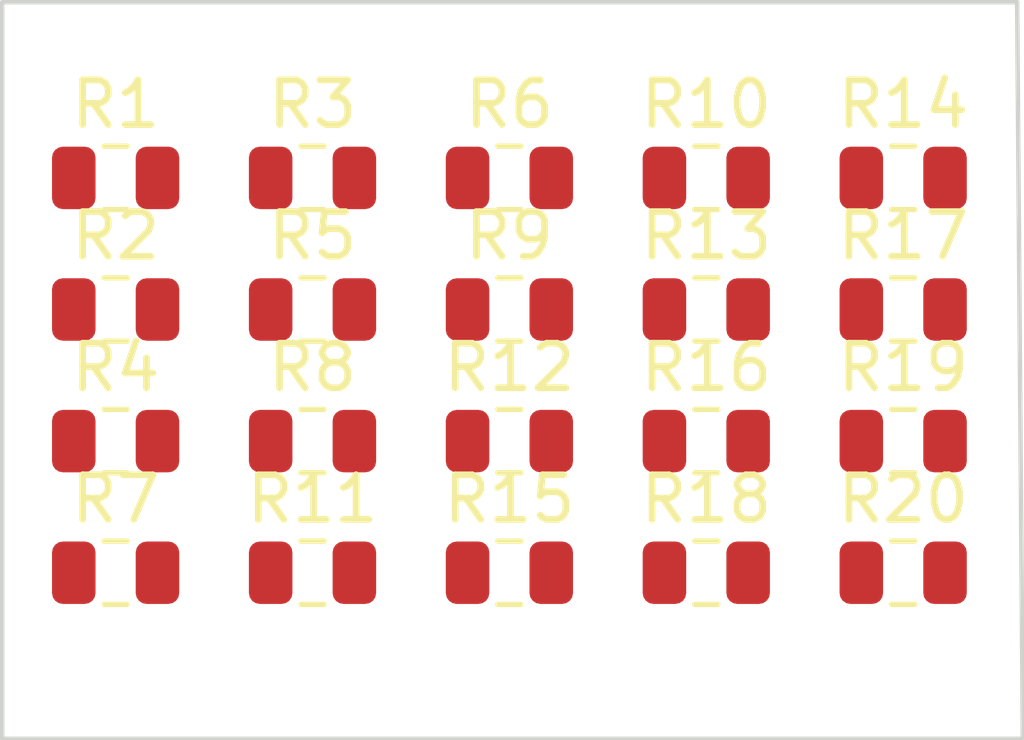
<source format=kicad_pcb>
(kicad_pcb (version 20171130) (host pcbnew 5.1.6+dfsg1-1)

  (general
    (thickness 1.6)
    (drawings 4)
    (tracks 0)
    (zones 0)
    (modules 20)
    (nets 41)
  )

  (page A4)
  (layers
    (0 F.Cu signal)
    (31 B.Cu signal)
    (32 B.Adhes user)
    (33 F.Adhes user)
    (34 B.Paste user)
    (35 F.Paste user)
    (36 B.SilkS user)
    (37 F.SilkS user)
    (38 B.Mask user)
    (39 F.Mask user)
    (40 Dwgs.User user)
    (41 Cmts.User user)
    (42 Eco1.User user)
    (43 Eco2.User user)
    (44 Edge.Cuts user)
    (45 Margin user)
    (46 B.CrtYd user)
    (47 F.CrtYd user)
    (48 B.Fab user)
    (49 F.Fab user)
  )

  (setup
    (last_trace_width 0.25)
    (trace_clearance 0.2)
    (zone_clearance 0.508)
    (zone_45_only no)
    (trace_min 0.2)
    (via_size 0.8)
    (via_drill 0.4)
    (via_min_size 0.4)
    (via_min_drill 0.3)
    (uvia_size 0.3)
    (uvia_drill 0.1)
    (uvias_allowed no)
    (uvia_min_size 0.2)
    (uvia_min_drill 0.1)
    (edge_width 0.1)
    (segment_width 0.2)
    (pcb_text_width 0.3)
    (pcb_text_size 1.5 1.5)
    (mod_edge_width 0.15)
    (mod_text_size 1 1)
    (mod_text_width 0.15)
    (pad_size 1.524 1.524)
    (pad_drill 0.762)
    (pad_to_mask_clearance 0)
    (aux_axis_origin 0 0)
    (visible_elements FFFFFF7F)
    (pcbplotparams
      (layerselection 0x010fc_ffffffff)
      (usegerberextensions false)
      (usegerberattributes true)
      (usegerberadvancedattributes true)
      (creategerberjobfile true)
      (excludeedgelayer true)
      (linewidth 0.100000)
      (plotframeref false)
      (viasonmask false)
      (mode 1)
      (useauxorigin false)
      (hpglpennumber 1)
      (hpglpenspeed 20)
      (hpglpendiameter 15.000000)
      (psnegative false)
      (psa4output false)
      (plotreference true)
      (plotvalue true)
      (plotinvisibletext false)
      (padsonsilk false)
      (subtractmaskfromsilk false)
      (outputformat 1)
      (mirror false)
      (drillshape 1)
      (scaleselection 1)
      (outputdirectory ""))
  )

  (net 0 "")
  (net 1 "Net-(R1-Pad2)")
  (net 2 "Net-(R1-Pad1)")
  (net 3 "Net-(R2-Pad2)")
  (net 4 "Net-(R2-Pad1)")
  (net 5 "Net-(R3-Pad2)")
  (net 6 "Net-(R3-Pad1)")
  (net 7 "Net-(R4-Pad2)")
  (net 8 "Net-(R4-Pad1)")
  (net 9 "Net-(R5-Pad2)")
  (net 10 "Net-(R5-Pad1)")
  (net 11 "Net-(R6-Pad2)")
  (net 12 "Net-(R6-Pad1)")
  (net 13 "Net-(R7-Pad2)")
  (net 14 "Net-(R7-Pad1)")
  (net 15 "Net-(R8-Pad2)")
  (net 16 "Net-(R8-Pad1)")
  (net 17 "Net-(R9-Pad2)")
  (net 18 "Net-(R9-Pad1)")
  (net 19 "Net-(R10-Pad2)")
  (net 20 "Net-(R10-Pad1)")
  (net 21 "Net-(R11-Pad2)")
  (net 22 "Net-(R11-Pad1)")
  (net 23 "Net-(R12-Pad2)")
  (net 24 "Net-(R12-Pad1)")
  (net 25 "Net-(R13-Pad2)")
  (net 26 "Net-(R13-Pad1)")
  (net 27 "Net-(R14-Pad2)")
  (net 28 "Net-(R14-Pad1)")
  (net 29 "Net-(R15-Pad2)")
  (net 30 "Net-(R15-Pad1)")
  (net 31 "Net-(R16-Pad2)")
  (net 32 "Net-(R16-Pad1)")
  (net 33 "Net-(R17-Pad2)")
  (net 34 "Net-(R17-Pad1)")
  (net 35 "Net-(R18-Pad2)")
  (net 36 "Net-(R18-Pad1)")
  (net 37 "Net-(R19-Pad2)")
  (net 38 "Net-(R19-Pad1)")
  (net 39 "Net-(R20-Pad2)")
  (net 40 "Net-(R20-Pad1)")

  (net_class Default "Esta es la clase de red por defecto."
    (clearance 0.2)
    (trace_width 0.25)
    (via_dia 0.8)
    (via_drill 0.4)
    (uvia_dia 0.3)
    (uvia_drill 0.1)
    (add_net "Net-(R1-Pad1)")
    (add_net "Net-(R1-Pad2)")
    (add_net "Net-(R10-Pad1)")
    (add_net "Net-(R10-Pad2)")
    (add_net "Net-(R11-Pad1)")
    (add_net "Net-(R11-Pad2)")
    (add_net "Net-(R12-Pad1)")
    (add_net "Net-(R12-Pad2)")
    (add_net "Net-(R13-Pad1)")
    (add_net "Net-(R13-Pad2)")
    (add_net "Net-(R14-Pad1)")
    (add_net "Net-(R14-Pad2)")
    (add_net "Net-(R15-Pad1)")
    (add_net "Net-(R15-Pad2)")
    (add_net "Net-(R16-Pad1)")
    (add_net "Net-(R16-Pad2)")
    (add_net "Net-(R17-Pad1)")
    (add_net "Net-(R17-Pad2)")
    (add_net "Net-(R18-Pad1)")
    (add_net "Net-(R18-Pad2)")
    (add_net "Net-(R19-Pad1)")
    (add_net "Net-(R19-Pad2)")
    (add_net "Net-(R2-Pad1)")
    (add_net "Net-(R2-Pad2)")
    (add_net "Net-(R20-Pad1)")
    (add_net "Net-(R20-Pad2)")
    (add_net "Net-(R3-Pad1)")
    (add_net "Net-(R3-Pad2)")
    (add_net "Net-(R4-Pad1)")
    (add_net "Net-(R4-Pad2)")
    (add_net "Net-(R5-Pad1)")
    (add_net "Net-(R5-Pad2)")
    (add_net "Net-(R6-Pad1)")
    (add_net "Net-(R6-Pad2)")
    (add_net "Net-(R7-Pad1)")
    (add_net "Net-(R7-Pad2)")
    (add_net "Net-(R8-Pad1)")
    (add_net "Net-(R8-Pad2)")
    (add_net "Net-(R9-Pad1)")
    (add_net "Net-(R9-Pad2)")
  )

  (module Resistor_SMD:R_0805_2012Metric (layer F.Cu) (tedit 5B36C52B) (tstamp 5F53B2F1)
    (at 144.64 97.877)
    (descr "Resistor SMD 0805 (2012 Metric), square (rectangular) end terminal, IPC_7351 nominal, (Body size source: https://docs.google.com/spreadsheets/d/1BsfQQcO9C6DZCsRaXUlFlo91Tg2WpOkGARC1WS5S8t0/edit?usp=sharing), generated with kicad-footprint-generator")
    (tags resistor)
    (path /5F0FCACA)
    (attr smd)
    (fp_text reference R20 (at 0 -1.65) (layer F.SilkS)
      (effects (font (size 1 1) (thickness 0.15)))
    )
    (fp_text value 10K (at 0 1.65) (layer F.Fab)
      (effects (font (size 1 1) (thickness 0.15)))
    )
    (fp_text user %R (at 0 0) (layer F.Fab)
      (effects (font (size 0.5 0.5) (thickness 0.08)))
    )
    (fp_line (start -1 0.6) (end -1 -0.6) (layer F.Fab) (width 0.1))
    (fp_line (start -1 -0.6) (end 1 -0.6) (layer F.Fab) (width 0.1))
    (fp_line (start 1 -0.6) (end 1 0.6) (layer F.Fab) (width 0.1))
    (fp_line (start 1 0.6) (end -1 0.6) (layer F.Fab) (width 0.1))
    (fp_line (start -0.258578 -0.71) (end 0.258578 -0.71) (layer F.SilkS) (width 0.12))
    (fp_line (start -0.258578 0.71) (end 0.258578 0.71) (layer F.SilkS) (width 0.12))
    (fp_line (start -1.68 0.95) (end -1.68 -0.95) (layer F.CrtYd) (width 0.05))
    (fp_line (start -1.68 -0.95) (end 1.68 -0.95) (layer F.CrtYd) (width 0.05))
    (fp_line (start 1.68 -0.95) (end 1.68 0.95) (layer F.CrtYd) (width 0.05))
    (fp_line (start 1.68 0.95) (end -1.68 0.95) (layer F.CrtYd) (width 0.05))
    (pad 2 smd roundrect (at 0.9375 0) (size 0.975 1.4) (layers F.Cu F.Paste F.Mask) (roundrect_rratio 0.25)
      (net 39 "Net-(R20-Pad2)"))
    (pad 1 smd roundrect (at -0.9375 0) (size 0.975 1.4) (layers F.Cu F.Paste F.Mask) (roundrect_rratio 0.25)
      (net 40 "Net-(R20-Pad1)"))
    (model ${KISYS3DMOD}/Resistor_SMD.3dshapes/R_0805_2012Metric.wrl
      (at (xyz 0 0 0))
      (scale (xyz 1 1 1))
      (rotate (xyz 0 0 0))
    )
  )

  (module Resistor_SMD:R_0805_2012Metric (layer F.Cu) (tedit 5B36C52B) (tstamp 5F53B2E0)
    (at 144.64 94.927)
    (descr "Resistor SMD 0805 (2012 Metric), square (rectangular) end terminal, IPC_7351 nominal, (Body size source: https://docs.google.com/spreadsheets/d/1BsfQQcO9C6DZCsRaXUlFlo91Tg2WpOkGARC1WS5S8t0/edit?usp=sharing), generated with kicad-footprint-generator")
    (tags resistor)
    (path /5F0FCABF)
    (attr smd)
    (fp_text reference R19 (at 0 -1.65) (layer F.SilkS)
      (effects (font (size 1 1) (thickness 0.15)))
    )
    (fp_text value 10K (at 0 1.65) (layer F.Fab)
      (effects (font (size 1 1) (thickness 0.15)))
    )
    (fp_text user %R (at 0 0) (layer F.Fab)
      (effects (font (size 0.5 0.5) (thickness 0.08)))
    )
    (fp_line (start -1 0.6) (end -1 -0.6) (layer F.Fab) (width 0.1))
    (fp_line (start -1 -0.6) (end 1 -0.6) (layer F.Fab) (width 0.1))
    (fp_line (start 1 -0.6) (end 1 0.6) (layer F.Fab) (width 0.1))
    (fp_line (start 1 0.6) (end -1 0.6) (layer F.Fab) (width 0.1))
    (fp_line (start -0.258578 -0.71) (end 0.258578 -0.71) (layer F.SilkS) (width 0.12))
    (fp_line (start -0.258578 0.71) (end 0.258578 0.71) (layer F.SilkS) (width 0.12))
    (fp_line (start -1.68 0.95) (end -1.68 -0.95) (layer F.CrtYd) (width 0.05))
    (fp_line (start -1.68 -0.95) (end 1.68 -0.95) (layer F.CrtYd) (width 0.05))
    (fp_line (start 1.68 -0.95) (end 1.68 0.95) (layer F.CrtYd) (width 0.05))
    (fp_line (start 1.68 0.95) (end -1.68 0.95) (layer F.CrtYd) (width 0.05))
    (pad 2 smd roundrect (at 0.9375 0) (size 0.975 1.4) (layers F.Cu F.Paste F.Mask) (roundrect_rratio 0.25)
      (net 37 "Net-(R19-Pad2)"))
    (pad 1 smd roundrect (at -0.9375 0) (size 0.975 1.4) (layers F.Cu F.Paste F.Mask) (roundrect_rratio 0.25)
      (net 38 "Net-(R19-Pad1)"))
    (model ${KISYS3DMOD}/Resistor_SMD.3dshapes/R_0805_2012Metric.wrl
      (at (xyz 0 0 0))
      (scale (xyz 1 1 1))
      (rotate (xyz 0 0 0))
    )
  )

  (module Resistor_SMD:R_0805_2012Metric (layer F.Cu) (tedit 5B36C52B) (tstamp 5F53B2CF)
    (at 140.23 97.877)
    (descr "Resistor SMD 0805 (2012 Metric), square (rectangular) end terminal, IPC_7351 nominal, (Body size source: https://docs.google.com/spreadsheets/d/1BsfQQcO9C6DZCsRaXUlFlo91Tg2WpOkGARC1WS5S8t0/edit?usp=sharing), generated with kicad-footprint-generator")
    (tags resistor)
    (path /5F0FCAB4)
    (attr smd)
    (fp_text reference R18 (at 0 -1.65) (layer F.SilkS)
      (effects (font (size 1 1) (thickness 0.15)))
    )
    (fp_text value 10K (at 0 1.65) (layer F.Fab)
      (effects (font (size 1 1) (thickness 0.15)))
    )
    (fp_text user %R (at 0 0) (layer F.Fab)
      (effects (font (size 0.5 0.5) (thickness 0.08)))
    )
    (fp_line (start -1 0.6) (end -1 -0.6) (layer F.Fab) (width 0.1))
    (fp_line (start -1 -0.6) (end 1 -0.6) (layer F.Fab) (width 0.1))
    (fp_line (start 1 -0.6) (end 1 0.6) (layer F.Fab) (width 0.1))
    (fp_line (start 1 0.6) (end -1 0.6) (layer F.Fab) (width 0.1))
    (fp_line (start -0.258578 -0.71) (end 0.258578 -0.71) (layer F.SilkS) (width 0.12))
    (fp_line (start -0.258578 0.71) (end 0.258578 0.71) (layer F.SilkS) (width 0.12))
    (fp_line (start -1.68 0.95) (end -1.68 -0.95) (layer F.CrtYd) (width 0.05))
    (fp_line (start -1.68 -0.95) (end 1.68 -0.95) (layer F.CrtYd) (width 0.05))
    (fp_line (start 1.68 -0.95) (end 1.68 0.95) (layer F.CrtYd) (width 0.05))
    (fp_line (start 1.68 0.95) (end -1.68 0.95) (layer F.CrtYd) (width 0.05))
    (pad 2 smd roundrect (at 0.9375 0) (size 0.975 1.4) (layers F.Cu F.Paste F.Mask) (roundrect_rratio 0.25)
      (net 35 "Net-(R18-Pad2)"))
    (pad 1 smd roundrect (at -0.9375 0) (size 0.975 1.4) (layers F.Cu F.Paste F.Mask) (roundrect_rratio 0.25)
      (net 36 "Net-(R18-Pad1)"))
    (model ${KISYS3DMOD}/Resistor_SMD.3dshapes/R_0805_2012Metric.wrl
      (at (xyz 0 0 0))
      (scale (xyz 1 1 1))
      (rotate (xyz 0 0 0))
    )
  )

  (module Resistor_SMD:R_0805_2012Metric (layer F.Cu) (tedit 5B36C52B) (tstamp 5F53B2BE)
    (at 144.64 91.977)
    (descr "Resistor SMD 0805 (2012 Metric), square (rectangular) end terminal, IPC_7351 nominal, (Body size source: https://docs.google.com/spreadsheets/d/1BsfQQcO9C6DZCsRaXUlFlo91Tg2WpOkGARC1WS5S8t0/edit?usp=sharing), generated with kicad-footprint-generator")
    (tags resistor)
    (path /5F0FCAA9)
    (attr smd)
    (fp_text reference R17 (at 0 -1.65) (layer F.SilkS)
      (effects (font (size 1 1) (thickness 0.15)))
    )
    (fp_text value 10K (at 0 1.65) (layer F.Fab)
      (effects (font (size 1 1) (thickness 0.15)))
    )
    (fp_text user %R (at 0 0) (layer F.Fab)
      (effects (font (size 0.5 0.5) (thickness 0.08)))
    )
    (fp_line (start -1 0.6) (end -1 -0.6) (layer F.Fab) (width 0.1))
    (fp_line (start -1 -0.6) (end 1 -0.6) (layer F.Fab) (width 0.1))
    (fp_line (start 1 -0.6) (end 1 0.6) (layer F.Fab) (width 0.1))
    (fp_line (start 1 0.6) (end -1 0.6) (layer F.Fab) (width 0.1))
    (fp_line (start -0.258578 -0.71) (end 0.258578 -0.71) (layer F.SilkS) (width 0.12))
    (fp_line (start -0.258578 0.71) (end 0.258578 0.71) (layer F.SilkS) (width 0.12))
    (fp_line (start -1.68 0.95) (end -1.68 -0.95) (layer F.CrtYd) (width 0.05))
    (fp_line (start -1.68 -0.95) (end 1.68 -0.95) (layer F.CrtYd) (width 0.05))
    (fp_line (start 1.68 -0.95) (end 1.68 0.95) (layer F.CrtYd) (width 0.05))
    (fp_line (start 1.68 0.95) (end -1.68 0.95) (layer F.CrtYd) (width 0.05))
    (pad 2 smd roundrect (at 0.9375 0) (size 0.975 1.4) (layers F.Cu F.Paste F.Mask) (roundrect_rratio 0.25)
      (net 33 "Net-(R17-Pad2)"))
    (pad 1 smd roundrect (at -0.9375 0) (size 0.975 1.4) (layers F.Cu F.Paste F.Mask) (roundrect_rratio 0.25)
      (net 34 "Net-(R17-Pad1)"))
    (model ${KISYS3DMOD}/Resistor_SMD.3dshapes/R_0805_2012Metric.wrl
      (at (xyz 0 0 0))
      (scale (xyz 1 1 1))
      (rotate (xyz 0 0 0))
    )
  )

  (module Resistor_SMD:R_0805_2012Metric (layer F.Cu) (tedit 5B36C52B) (tstamp 5F53B2AD)
    (at 140.23 94.927)
    (descr "Resistor SMD 0805 (2012 Metric), square (rectangular) end terminal, IPC_7351 nominal, (Body size source: https://docs.google.com/spreadsheets/d/1BsfQQcO9C6DZCsRaXUlFlo91Tg2WpOkGARC1WS5S8t0/edit?usp=sharing), generated with kicad-footprint-generator")
    (tags resistor)
    (path /5F0FA2A1)
    (attr smd)
    (fp_text reference R16 (at 0 -1.65) (layer F.SilkS)
      (effects (font (size 1 1) (thickness 0.15)))
    )
    (fp_text value 10K (at 0 1.65) (layer F.Fab)
      (effects (font (size 1 1) (thickness 0.15)))
    )
    (fp_text user %R (at 0 0) (layer F.Fab)
      (effects (font (size 0.5 0.5) (thickness 0.08)))
    )
    (fp_line (start -1 0.6) (end -1 -0.6) (layer F.Fab) (width 0.1))
    (fp_line (start -1 -0.6) (end 1 -0.6) (layer F.Fab) (width 0.1))
    (fp_line (start 1 -0.6) (end 1 0.6) (layer F.Fab) (width 0.1))
    (fp_line (start 1 0.6) (end -1 0.6) (layer F.Fab) (width 0.1))
    (fp_line (start -0.258578 -0.71) (end 0.258578 -0.71) (layer F.SilkS) (width 0.12))
    (fp_line (start -0.258578 0.71) (end 0.258578 0.71) (layer F.SilkS) (width 0.12))
    (fp_line (start -1.68 0.95) (end -1.68 -0.95) (layer F.CrtYd) (width 0.05))
    (fp_line (start -1.68 -0.95) (end 1.68 -0.95) (layer F.CrtYd) (width 0.05))
    (fp_line (start 1.68 -0.95) (end 1.68 0.95) (layer F.CrtYd) (width 0.05))
    (fp_line (start 1.68 0.95) (end -1.68 0.95) (layer F.CrtYd) (width 0.05))
    (pad 2 smd roundrect (at 0.9375 0) (size 0.975 1.4) (layers F.Cu F.Paste F.Mask) (roundrect_rratio 0.25)
      (net 31 "Net-(R16-Pad2)"))
    (pad 1 smd roundrect (at -0.9375 0) (size 0.975 1.4) (layers F.Cu F.Paste F.Mask) (roundrect_rratio 0.25)
      (net 32 "Net-(R16-Pad1)"))
    (model ${KISYS3DMOD}/Resistor_SMD.3dshapes/R_0805_2012Metric.wrl
      (at (xyz 0 0 0))
      (scale (xyz 1 1 1))
      (rotate (xyz 0 0 0))
    )
  )

  (module Resistor_SMD:R_0805_2012Metric (layer F.Cu) (tedit 5B36C52B) (tstamp 5F53B29C)
    (at 135.82 97.877)
    (descr "Resistor SMD 0805 (2012 Metric), square (rectangular) end terminal, IPC_7351 nominal, (Body size source: https://docs.google.com/spreadsheets/d/1BsfQQcO9C6DZCsRaXUlFlo91Tg2WpOkGARC1WS5S8t0/edit?usp=sharing), generated with kicad-footprint-generator")
    (tags resistor)
    (path /5F0FA296)
    (attr smd)
    (fp_text reference R15 (at 0 -1.65) (layer F.SilkS)
      (effects (font (size 1 1) (thickness 0.15)))
    )
    (fp_text value 10K (at 0 1.65) (layer F.Fab)
      (effects (font (size 1 1) (thickness 0.15)))
    )
    (fp_text user %R (at 0 0) (layer F.Fab)
      (effects (font (size 0.5 0.5) (thickness 0.08)))
    )
    (fp_line (start -1 0.6) (end -1 -0.6) (layer F.Fab) (width 0.1))
    (fp_line (start -1 -0.6) (end 1 -0.6) (layer F.Fab) (width 0.1))
    (fp_line (start 1 -0.6) (end 1 0.6) (layer F.Fab) (width 0.1))
    (fp_line (start 1 0.6) (end -1 0.6) (layer F.Fab) (width 0.1))
    (fp_line (start -0.258578 -0.71) (end 0.258578 -0.71) (layer F.SilkS) (width 0.12))
    (fp_line (start -0.258578 0.71) (end 0.258578 0.71) (layer F.SilkS) (width 0.12))
    (fp_line (start -1.68 0.95) (end -1.68 -0.95) (layer F.CrtYd) (width 0.05))
    (fp_line (start -1.68 -0.95) (end 1.68 -0.95) (layer F.CrtYd) (width 0.05))
    (fp_line (start 1.68 -0.95) (end 1.68 0.95) (layer F.CrtYd) (width 0.05))
    (fp_line (start 1.68 0.95) (end -1.68 0.95) (layer F.CrtYd) (width 0.05))
    (pad 2 smd roundrect (at 0.9375 0) (size 0.975 1.4) (layers F.Cu F.Paste F.Mask) (roundrect_rratio 0.25)
      (net 29 "Net-(R15-Pad2)"))
    (pad 1 smd roundrect (at -0.9375 0) (size 0.975 1.4) (layers F.Cu F.Paste F.Mask) (roundrect_rratio 0.25)
      (net 30 "Net-(R15-Pad1)"))
    (model ${KISYS3DMOD}/Resistor_SMD.3dshapes/R_0805_2012Metric.wrl
      (at (xyz 0 0 0))
      (scale (xyz 1 1 1))
      (rotate (xyz 0 0 0))
    )
  )

  (module Resistor_SMD:R_0805_2012Metric (layer F.Cu) (tedit 5B36C52B) (tstamp 5F53B28B)
    (at 144.64 89.027)
    (descr "Resistor SMD 0805 (2012 Metric), square (rectangular) end terminal, IPC_7351 nominal, (Body size source: https://docs.google.com/spreadsheets/d/1BsfQQcO9C6DZCsRaXUlFlo91Tg2WpOkGARC1WS5S8t0/edit?usp=sharing), generated with kicad-footprint-generator")
    (tags resistor)
    (path /5F0FA28B)
    (attr smd)
    (fp_text reference R14 (at 0 -1.65) (layer F.SilkS)
      (effects (font (size 1 1) (thickness 0.15)))
    )
    (fp_text value 10K (at 0 1.65) (layer F.Fab)
      (effects (font (size 1 1) (thickness 0.15)))
    )
    (fp_text user %R (at 0 0) (layer F.Fab)
      (effects (font (size 0.5 0.5) (thickness 0.08)))
    )
    (fp_line (start -1 0.6) (end -1 -0.6) (layer F.Fab) (width 0.1))
    (fp_line (start -1 -0.6) (end 1 -0.6) (layer F.Fab) (width 0.1))
    (fp_line (start 1 -0.6) (end 1 0.6) (layer F.Fab) (width 0.1))
    (fp_line (start 1 0.6) (end -1 0.6) (layer F.Fab) (width 0.1))
    (fp_line (start -0.258578 -0.71) (end 0.258578 -0.71) (layer F.SilkS) (width 0.12))
    (fp_line (start -0.258578 0.71) (end 0.258578 0.71) (layer F.SilkS) (width 0.12))
    (fp_line (start -1.68 0.95) (end -1.68 -0.95) (layer F.CrtYd) (width 0.05))
    (fp_line (start -1.68 -0.95) (end 1.68 -0.95) (layer F.CrtYd) (width 0.05))
    (fp_line (start 1.68 -0.95) (end 1.68 0.95) (layer F.CrtYd) (width 0.05))
    (fp_line (start 1.68 0.95) (end -1.68 0.95) (layer F.CrtYd) (width 0.05))
    (pad 2 smd roundrect (at 0.9375 0) (size 0.975 1.4) (layers F.Cu F.Paste F.Mask) (roundrect_rratio 0.25)
      (net 27 "Net-(R14-Pad2)"))
    (pad 1 smd roundrect (at -0.9375 0) (size 0.975 1.4) (layers F.Cu F.Paste F.Mask) (roundrect_rratio 0.25)
      (net 28 "Net-(R14-Pad1)"))
    (model ${KISYS3DMOD}/Resistor_SMD.3dshapes/R_0805_2012Metric.wrl
      (at (xyz 0 0 0))
      (scale (xyz 1 1 1))
      (rotate (xyz 0 0 0))
    )
  )

  (module Resistor_SMD:R_0805_2012Metric (layer F.Cu) (tedit 5B36C52B) (tstamp 5F53B27A)
    (at 140.23 91.977)
    (descr "Resistor SMD 0805 (2012 Metric), square (rectangular) end terminal, IPC_7351 nominal, (Body size source: https://docs.google.com/spreadsheets/d/1BsfQQcO9C6DZCsRaXUlFlo91Tg2WpOkGARC1WS5S8t0/edit?usp=sharing), generated with kicad-footprint-generator")
    (tags resistor)
    (path /5F0FA280)
    (attr smd)
    (fp_text reference R13 (at 0 -1.65) (layer F.SilkS)
      (effects (font (size 1 1) (thickness 0.15)))
    )
    (fp_text value 10K (at 0 1.65) (layer F.Fab)
      (effects (font (size 1 1) (thickness 0.15)))
    )
    (fp_text user %R (at 0 0) (layer F.Fab)
      (effects (font (size 0.5 0.5) (thickness 0.08)))
    )
    (fp_line (start -1 0.6) (end -1 -0.6) (layer F.Fab) (width 0.1))
    (fp_line (start -1 -0.6) (end 1 -0.6) (layer F.Fab) (width 0.1))
    (fp_line (start 1 -0.6) (end 1 0.6) (layer F.Fab) (width 0.1))
    (fp_line (start 1 0.6) (end -1 0.6) (layer F.Fab) (width 0.1))
    (fp_line (start -0.258578 -0.71) (end 0.258578 -0.71) (layer F.SilkS) (width 0.12))
    (fp_line (start -0.258578 0.71) (end 0.258578 0.71) (layer F.SilkS) (width 0.12))
    (fp_line (start -1.68 0.95) (end -1.68 -0.95) (layer F.CrtYd) (width 0.05))
    (fp_line (start -1.68 -0.95) (end 1.68 -0.95) (layer F.CrtYd) (width 0.05))
    (fp_line (start 1.68 -0.95) (end 1.68 0.95) (layer F.CrtYd) (width 0.05))
    (fp_line (start 1.68 0.95) (end -1.68 0.95) (layer F.CrtYd) (width 0.05))
    (pad 2 smd roundrect (at 0.9375 0) (size 0.975 1.4) (layers F.Cu F.Paste F.Mask) (roundrect_rratio 0.25)
      (net 25 "Net-(R13-Pad2)"))
    (pad 1 smd roundrect (at -0.9375 0) (size 0.975 1.4) (layers F.Cu F.Paste F.Mask) (roundrect_rratio 0.25)
      (net 26 "Net-(R13-Pad1)"))
    (model ${KISYS3DMOD}/Resistor_SMD.3dshapes/R_0805_2012Metric.wrl
      (at (xyz 0 0 0))
      (scale (xyz 1 1 1))
      (rotate (xyz 0 0 0))
    )
  )

  (module Resistor_SMD:R_0805_2012Metric (layer F.Cu) (tedit 5B36C52B) (tstamp 5F53B269)
    (at 135.82 94.927)
    (descr "Resistor SMD 0805 (2012 Metric), square (rectangular) end terminal, IPC_7351 nominal, (Body size source: https://docs.google.com/spreadsheets/d/1BsfQQcO9C6DZCsRaXUlFlo91Tg2WpOkGARC1WS5S8t0/edit?usp=sharing), generated with kicad-footprint-generator")
    (tags resistor)
    (path /5F0F8002)
    (attr smd)
    (fp_text reference R12 (at 0 -1.65) (layer F.SilkS)
      (effects (font (size 1 1) (thickness 0.15)))
    )
    (fp_text value 10K (at 0 1.65) (layer F.Fab)
      (effects (font (size 1 1) (thickness 0.15)))
    )
    (fp_text user %R (at 0 0) (layer F.Fab)
      (effects (font (size 0.5 0.5) (thickness 0.08)))
    )
    (fp_line (start -1 0.6) (end -1 -0.6) (layer F.Fab) (width 0.1))
    (fp_line (start -1 -0.6) (end 1 -0.6) (layer F.Fab) (width 0.1))
    (fp_line (start 1 -0.6) (end 1 0.6) (layer F.Fab) (width 0.1))
    (fp_line (start 1 0.6) (end -1 0.6) (layer F.Fab) (width 0.1))
    (fp_line (start -0.258578 -0.71) (end 0.258578 -0.71) (layer F.SilkS) (width 0.12))
    (fp_line (start -0.258578 0.71) (end 0.258578 0.71) (layer F.SilkS) (width 0.12))
    (fp_line (start -1.68 0.95) (end -1.68 -0.95) (layer F.CrtYd) (width 0.05))
    (fp_line (start -1.68 -0.95) (end 1.68 -0.95) (layer F.CrtYd) (width 0.05))
    (fp_line (start 1.68 -0.95) (end 1.68 0.95) (layer F.CrtYd) (width 0.05))
    (fp_line (start 1.68 0.95) (end -1.68 0.95) (layer F.CrtYd) (width 0.05))
    (pad 2 smd roundrect (at 0.9375 0) (size 0.975 1.4) (layers F.Cu F.Paste F.Mask) (roundrect_rratio 0.25)
      (net 23 "Net-(R12-Pad2)"))
    (pad 1 smd roundrect (at -0.9375 0) (size 0.975 1.4) (layers F.Cu F.Paste F.Mask) (roundrect_rratio 0.25)
      (net 24 "Net-(R12-Pad1)"))
    (model ${KISYS3DMOD}/Resistor_SMD.3dshapes/R_0805_2012Metric.wrl
      (at (xyz 0 0 0))
      (scale (xyz 1 1 1))
      (rotate (xyz 0 0 0))
    )
  )

  (module Resistor_SMD:R_0805_2012Metric (layer F.Cu) (tedit 5B36C52B) (tstamp 5F53B258)
    (at 131.41 97.877)
    (descr "Resistor SMD 0805 (2012 Metric), square (rectangular) end terminal, IPC_7351 nominal, (Body size source: https://docs.google.com/spreadsheets/d/1BsfQQcO9C6DZCsRaXUlFlo91Tg2WpOkGARC1WS5S8t0/edit?usp=sharing), generated with kicad-footprint-generator")
    (tags resistor)
    (path /5F0F7FF7)
    (attr smd)
    (fp_text reference R11 (at 0 -1.65) (layer F.SilkS)
      (effects (font (size 1 1) (thickness 0.15)))
    )
    (fp_text value 10K (at 0 1.65) (layer F.Fab)
      (effects (font (size 1 1) (thickness 0.15)))
    )
    (fp_text user %R (at 0 0) (layer F.Fab)
      (effects (font (size 0.5 0.5) (thickness 0.08)))
    )
    (fp_line (start -1 0.6) (end -1 -0.6) (layer F.Fab) (width 0.1))
    (fp_line (start -1 -0.6) (end 1 -0.6) (layer F.Fab) (width 0.1))
    (fp_line (start 1 -0.6) (end 1 0.6) (layer F.Fab) (width 0.1))
    (fp_line (start 1 0.6) (end -1 0.6) (layer F.Fab) (width 0.1))
    (fp_line (start -0.258578 -0.71) (end 0.258578 -0.71) (layer F.SilkS) (width 0.12))
    (fp_line (start -0.258578 0.71) (end 0.258578 0.71) (layer F.SilkS) (width 0.12))
    (fp_line (start -1.68 0.95) (end -1.68 -0.95) (layer F.CrtYd) (width 0.05))
    (fp_line (start -1.68 -0.95) (end 1.68 -0.95) (layer F.CrtYd) (width 0.05))
    (fp_line (start 1.68 -0.95) (end 1.68 0.95) (layer F.CrtYd) (width 0.05))
    (fp_line (start 1.68 0.95) (end -1.68 0.95) (layer F.CrtYd) (width 0.05))
    (pad 2 smd roundrect (at 0.9375 0) (size 0.975 1.4) (layers F.Cu F.Paste F.Mask) (roundrect_rratio 0.25)
      (net 21 "Net-(R11-Pad2)"))
    (pad 1 smd roundrect (at -0.9375 0) (size 0.975 1.4) (layers F.Cu F.Paste F.Mask) (roundrect_rratio 0.25)
      (net 22 "Net-(R11-Pad1)"))
    (model ${KISYS3DMOD}/Resistor_SMD.3dshapes/R_0805_2012Metric.wrl
      (at (xyz 0 0 0))
      (scale (xyz 1 1 1))
      (rotate (xyz 0 0 0))
    )
  )

  (module Resistor_SMD:R_0805_2012Metric (layer F.Cu) (tedit 5B36C52B) (tstamp 5F53B247)
    (at 140.23 89.027)
    (descr "Resistor SMD 0805 (2012 Metric), square (rectangular) end terminal, IPC_7351 nominal, (Body size source: https://docs.google.com/spreadsheets/d/1BsfQQcO9C6DZCsRaXUlFlo91Tg2WpOkGARC1WS5S8t0/edit?usp=sharing), generated with kicad-footprint-generator")
    (tags resistor)
    (path /5F0F7FEC)
    (attr smd)
    (fp_text reference R10 (at 0 -1.65) (layer F.SilkS)
      (effects (font (size 1 1) (thickness 0.15)))
    )
    (fp_text value 10K (at 0 1.65) (layer F.Fab)
      (effects (font (size 1 1) (thickness 0.15)))
    )
    (fp_text user %R (at 0 0) (layer F.Fab)
      (effects (font (size 0.5 0.5) (thickness 0.08)))
    )
    (fp_line (start -1 0.6) (end -1 -0.6) (layer F.Fab) (width 0.1))
    (fp_line (start -1 -0.6) (end 1 -0.6) (layer F.Fab) (width 0.1))
    (fp_line (start 1 -0.6) (end 1 0.6) (layer F.Fab) (width 0.1))
    (fp_line (start 1 0.6) (end -1 0.6) (layer F.Fab) (width 0.1))
    (fp_line (start -0.258578 -0.71) (end 0.258578 -0.71) (layer F.SilkS) (width 0.12))
    (fp_line (start -0.258578 0.71) (end 0.258578 0.71) (layer F.SilkS) (width 0.12))
    (fp_line (start -1.68 0.95) (end -1.68 -0.95) (layer F.CrtYd) (width 0.05))
    (fp_line (start -1.68 -0.95) (end 1.68 -0.95) (layer F.CrtYd) (width 0.05))
    (fp_line (start 1.68 -0.95) (end 1.68 0.95) (layer F.CrtYd) (width 0.05))
    (fp_line (start 1.68 0.95) (end -1.68 0.95) (layer F.CrtYd) (width 0.05))
    (pad 2 smd roundrect (at 0.9375 0) (size 0.975 1.4) (layers F.Cu F.Paste F.Mask) (roundrect_rratio 0.25)
      (net 19 "Net-(R10-Pad2)"))
    (pad 1 smd roundrect (at -0.9375 0) (size 0.975 1.4) (layers F.Cu F.Paste F.Mask) (roundrect_rratio 0.25)
      (net 20 "Net-(R10-Pad1)"))
    (model ${KISYS3DMOD}/Resistor_SMD.3dshapes/R_0805_2012Metric.wrl
      (at (xyz 0 0 0))
      (scale (xyz 1 1 1))
      (rotate (xyz 0 0 0))
    )
  )

  (module Resistor_SMD:R_0805_2012Metric (layer F.Cu) (tedit 5B36C52B) (tstamp 5F53B236)
    (at 135.82 91.977)
    (descr "Resistor SMD 0805 (2012 Metric), square (rectangular) end terminal, IPC_7351 nominal, (Body size source: https://docs.google.com/spreadsheets/d/1BsfQQcO9C6DZCsRaXUlFlo91Tg2WpOkGARC1WS5S8t0/edit?usp=sharing), generated with kicad-footprint-generator")
    (tags resistor)
    (path /5F0F7FE1)
    (attr smd)
    (fp_text reference R9 (at 0 -1.65) (layer F.SilkS)
      (effects (font (size 1 1) (thickness 0.15)))
    )
    (fp_text value 10K (at 0 1.65) (layer F.Fab)
      (effects (font (size 1 1) (thickness 0.15)))
    )
    (fp_text user %R (at 0 0) (layer F.Fab)
      (effects (font (size 0.5 0.5) (thickness 0.08)))
    )
    (fp_line (start -1 0.6) (end -1 -0.6) (layer F.Fab) (width 0.1))
    (fp_line (start -1 -0.6) (end 1 -0.6) (layer F.Fab) (width 0.1))
    (fp_line (start 1 -0.6) (end 1 0.6) (layer F.Fab) (width 0.1))
    (fp_line (start 1 0.6) (end -1 0.6) (layer F.Fab) (width 0.1))
    (fp_line (start -0.258578 -0.71) (end 0.258578 -0.71) (layer F.SilkS) (width 0.12))
    (fp_line (start -0.258578 0.71) (end 0.258578 0.71) (layer F.SilkS) (width 0.12))
    (fp_line (start -1.68 0.95) (end -1.68 -0.95) (layer F.CrtYd) (width 0.05))
    (fp_line (start -1.68 -0.95) (end 1.68 -0.95) (layer F.CrtYd) (width 0.05))
    (fp_line (start 1.68 -0.95) (end 1.68 0.95) (layer F.CrtYd) (width 0.05))
    (fp_line (start 1.68 0.95) (end -1.68 0.95) (layer F.CrtYd) (width 0.05))
    (pad 2 smd roundrect (at 0.9375 0) (size 0.975 1.4) (layers F.Cu F.Paste F.Mask) (roundrect_rratio 0.25)
      (net 17 "Net-(R9-Pad2)"))
    (pad 1 smd roundrect (at -0.9375 0) (size 0.975 1.4) (layers F.Cu F.Paste F.Mask) (roundrect_rratio 0.25)
      (net 18 "Net-(R9-Pad1)"))
    (model ${KISYS3DMOD}/Resistor_SMD.3dshapes/R_0805_2012Metric.wrl
      (at (xyz 0 0 0))
      (scale (xyz 1 1 1))
      (rotate (xyz 0 0 0))
    )
  )

  (module Resistor_SMD:R_0805_2012Metric (layer F.Cu) (tedit 5B36C52B) (tstamp 5F53B225)
    (at 131.41 94.927)
    (descr "Resistor SMD 0805 (2012 Metric), square (rectangular) end terminal, IPC_7351 nominal, (Body size source: https://docs.google.com/spreadsheets/d/1BsfQQcO9C6DZCsRaXUlFlo91Tg2WpOkGARC1WS5S8t0/edit?usp=sharing), generated with kicad-footprint-generator")
    (tags resistor)
    (path /5F0F7361)
    (attr smd)
    (fp_text reference R8 (at 0 -1.65) (layer F.SilkS)
      (effects (font (size 1 1) (thickness 0.15)))
    )
    (fp_text value 10K (at 0 1.65) (layer F.Fab)
      (effects (font (size 1 1) (thickness 0.15)))
    )
    (fp_text user %R (at 0 0) (layer F.Fab)
      (effects (font (size 0.5 0.5) (thickness 0.08)))
    )
    (fp_line (start -1 0.6) (end -1 -0.6) (layer F.Fab) (width 0.1))
    (fp_line (start -1 -0.6) (end 1 -0.6) (layer F.Fab) (width 0.1))
    (fp_line (start 1 -0.6) (end 1 0.6) (layer F.Fab) (width 0.1))
    (fp_line (start 1 0.6) (end -1 0.6) (layer F.Fab) (width 0.1))
    (fp_line (start -0.258578 -0.71) (end 0.258578 -0.71) (layer F.SilkS) (width 0.12))
    (fp_line (start -0.258578 0.71) (end 0.258578 0.71) (layer F.SilkS) (width 0.12))
    (fp_line (start -1.68 0.95) (end -1.68 -0.95) (layer F.CrtYd) (width 0.05))
    (fp_line (start -1.68 -0.95) (end 1.68 -0.95) (layer F.CrtYd) (width 0.05))
    (fp_line (start 1.68 -0.95) (end 1.68 0.95) (layer F.CrtYd) (width 0.05))
    (fp_line (start 1.68 0.95) (end -1.68 0.95) (layer F.CrtYd) (width 0.05))
    (pad 2 smd roundrect (at 0.9375 0) (size 0.975 1.4) (layers F.Cu F.Paste F.Mask) (roundrect_rratio 0.25)
      (net 15 "Net-(R8-Pad2)"))
    (pad 1 smd roundrect (at -0.9375 0) (size 0.975 1.4) (layers F.Cu F.Paste F.Mask) (roundrect_rratio 0.25)
      (net 16 "Net-(R8-Pad1)"))
    (model ${KISYS3DMOD}/Resistor_SMD.3dshapes/R_0805_2012Metric.wrl
      (at (xyz 0 0 0))
      (scale (xyz 1 1 1))
      (rotate (xyz 0 0 0))
    )
  )

  (module Resistor_SMD:R_0805_2012Metric (layer F.Cu) (tedit 5B36C52B) (tstamp 5F53B214)
    (at 127 97.877)
    (descr "Resistor SMD 0805 (2012 Metric), square (rectangular) end terminal, IPC_7351 nominal, (Body size source: https://docs.google.com/spreadsheets/d/1BsfQQcO9C6DZCsRaXUlFlo91Tg2WpOkGARC1WS5S8t0/edit?usp=sharing), generated with kicad-footprint-generator")
    (tags resistor)
    (path /5F0F7356)
    (attr smd)
    (fp_text reference R7 (at 0 -1.65) (layer F.SilkS)
      (effects (font (size 1 1) (thickness 0.15)))
    )
    (fp_text value 10K (at 0 1.65) (layer F.Fab)
      (effects (font (size 1 1) (thickness 0.15)))
    )
    (fp_text user %R (at 0 0) (layer F.Fab)
      (effects (font (size 0.5 0.5) (thickness 0.08)))
    )
    (fp_line (start -1 0.6) (end -1 -0.6) (layer F.Fab) (width 0.1))
    (fp_line (start -1 -0.6) (end 1 -0.6) (layer F.Fab) (width 0.1))
    (fp_line (start 1 -0.6) (end 1 0.6) (layer F.Fab) (width 0.1))
    (fp_line (start 1 0.6) (end -1 0.6) (layer F.Fab) (width 0.1))
    (fp_line (start -0.258578 -0.71) (end 0.258578 -0.71) (layer F.SilkS) (width 0.12))
    (fp_line (start -0.258578 0.71) (end 0.258578 0.71) (layer F.SilkS) (width 0.12))
    (fp_line (start -1.68 0.95) (end -1.68 -0.95) (layer F.CrtYd) (width 0.05))
    (fp_line (start -1.68 -0.95) (end 1.68 -0.95) (layer F.CrtYd) (width 0.05))
    (fp_line (start 1.68 -0.95) (end 1.68 0.95) (layer F.CrtYd) (width 0.05))
    (fp_line (start 1.68 0.95) (end -1.68 0.95) (layer F.CrtYd) (width 0.05))
    (pad 2 smd roundrect (at 0.9375 0) (size 0.975 1.4) (layers F.Cu F.Paste F.Mask) (roundrect_rratio 0.25)
      (net 13 "Net-(R7-Pad2)"))
    (pad 1 smd roundrect (at -0.9375 0) (size 0.975 1.4) (layers F.Cu F.Paste F.Mask) (roundrect_rratio 0.25)
      (net 14 "Net-(R7-Pad1)"))
    (model ${KISYS3DMOD}/Resistor_SMD.3dshapes/R_0805_2012Metric.wrl
      (at (xyz 0 0 0))
      (scale (xyz 1 1 1))
      (rotate (xyz 0 0 0))
    )
  )

  (module Resistor_SMD:R_0805_2012Metric (layer F.Cu) (tedit 5B36C52B) (tstamp 5F53B203)
    (at 135.82 89.027)
    (descr "Resistor SMD 0805 (2012 Metric), square (rectangular) end terminal, IPC_7351 nominal, (Body size source: https://docs.google.com/spreadsheets/d/1BsfQQcO9C6DZCsRaXUlFlo91Tg2WpOkGARC1WS5S8t0/edit?usp=sharing), generated with kicad-footprint-generator")
    (tags resistor)
    (path /5F0F734B)
    (attr smd)
    (fp_text reference R6 (at 0 -1.65) (layer F.SilkS)
      (effects (font (size 1 1) (thickness 0.15)))
    )
    (fp_text value 10K (at 0 1.65) (layer F.Fab)
      (effects (font (size 1 1) (thickness 0.15)))
    )
    (fp_text user %R (at 0 0) (layer F.Fab)
      (effects (font (size 0.5 0.5) (thickness 0.08)))
    )
    (fp_line (start -1 0.6) (end -1 -0.6) (layer F.Fab) (width 0.1))
    (fp_line (start -1 -0.6) (end 1 -0.6) (layer F.Fab) (width 0.1))
    (fp_line (start 1 -0.6) (end 1 0.6) (layer F.Fab) (width 0.1))
    (fp_line (start 1 0.6) (end -1 0.6) (layer F.Fab) (width 0.1))
    (fp_line (start -0.258578 -0.71) (end 0.258578 -0.71) (layer F.SilkS) (width 0.12))
    (fp_line (start -0.258578 0.71) (end 0.258578 0.71) (layer F.SilkS) (width 0.12))
    (fp_line (start -1.68 0.95) (end -1.68 -0.95) (layer F.CrtYd) (width 0.05))
    (fp_line (start -1.68 -0.95) (end 1.68 -0.95) (layer F.CrtYd) (width 0.05))
    (fp_line (start 1.68 -0.95) (end 1.68 0.95) (layer F.CrtYd) (width 0.05))
    (fp_line (start 1.68 0.95) (end -1.68 0.95) (layer F.CrtYd) (width 0.05))
    (pad 2 smd roundrect (at 0.9375 0) (size 0.975 1.4) (layers F.Cu F.Paste F.Mask) (roundrect_rratio 0.25)
      (net 11 "Net-(R6-Pad2)"))
    (pad 1 smd roundrect (at -0.9375 0) (size 0.975 1.4) (layers F.Cu F.Paste F.Mask) (roundrect_rratio 0.25)
      (net 12 "Net-(R6-Pad1)"))
    (model ${KISYS3DMOD}/Resistor_SMD.3dshapes/R_0805_2012Metric.wrl
      (at (xyz 0 0 0))
      (scale (xyz 1 1 1))
      (rotate (xyz 0 0 0))
    )
  )

  (module Resistor_SMD:R_0805_2012Metric (layer F.Cu) (tedit 5B36C52B) (tstamp 5F53B1F2)
    (at 131.41 91.977)
    (descr "Resistor SMD 0805 (2012 Metric), square (rectangular) end terminal, IPC_7351 nominal, (Body size source: https://docs.google.com/spreadsheets/d/1BsfQQcO9C6DZCsRaXUlFlo91Tg2WpOkGARC1WS5S8t0/edit?usp=sharing), generated with kicad-footprint-generator")
    (tags resistor)
    (path /5F0F7340)
    (attr smd)
    (fp_text reference R5 (at 0 -1.65) (layer F.SilkS)
      (effects (font (size 1 1) (thickness 0.15)))
    )
    (fp_text value 10K (at 0 1.65) (layer F.Fab)
      (effects (font (size 1 1) (thickness 0.15)))
    )
    (fp_text user %R (at 0 0) (layer F.Fab)
      (effects (font (size 0.5 0.5) (thickness 0.08)))
    )
    (fp_line (start -1 0.6) (end -1 -0.6) (layer F.Fab) (width 0.1))
    (fp_line (start -1 -0.6) (end 1 -0.6) (layer F.Fab) (width 0.1))
    (fp_line (start 1 -0.6) (end 1 0.6) (layer F.Fab) (width 0.1))
    (fp_line (start 1 0.6) (end -1 0.6) (layer F.Fab) (width 0.1))
    (fp_line (start -0.258578 -0.71) (end 0.258578 -0.71) (layer F.SilkS) (width 0.12))
    (fp_line (start -0.258578 0.71) (end 0.258578 0.71) (layer F.SilkS) (width 0.12))
    (fp_line (start -1.68 0.95) (end -1.68 -0.95) (layer F.CrtYd) (width 0.05))
    (fp_line (start -1.68 -0.95) (end 1.68 -0.95) (layer F.CrtYd) (width 0.05))
    (fp_line (start 1.68 -0.95) (end 1.68 0.95) (layer F.CrtYd) (width 0.05))
    (fp_line (start 1.68 0.95) (end -1.68 0.95) (layer F.CrtYd) (width 0.05))
    (pad 2 smd roundrect (at 0.9375 0) (size 0.975 1.4) (layers F.Cu F.Paste F.Mask) (roundrect_rratio 0.25)
      (net 9 "Net-(R5-Pad2)"))
    (pad 1 smd roundrect (at -0.9375 0) (size 0.975 1.4) (layers F.Cu F.Paste F.Mask) (roundrect_rratio 0.25)
      (net 10 "Net-(R5-Pad1)"))
    (model ${KISYS3DMOD}/Resistor_SMD.3dshapes/R_0805_2012Metric.wrl
      (at (xyz 0 0 0))
      (scale (xyz 1 1 1))
      (rotate (xyz 0 0 0))
    )
  )

  (module Resistor_SMD:R_0805_2012Metric (layer F.Cu) (tedit 5B36C52B) (tstamp 5F53B1E1)
    (at 127 94.927)
    (descr "Resistor SMD 0805 (2012 Metric), square (rectangular) end terminal, IPC_7351 nominal, (Body size source: https://docs.google.com/spreadsheets/d/1BsfQQcO9C6DZCsRaXUlFlo91Tg2WpOkGARC1WS5S8t0/edit?usp=sharing), generated with kicad-footprint-generator")
    (tags resistor)
    (path /5E6A37B2)
    (attr smd)
    (fp_text reference R4 (at 0 -1.65) (layer F.SilkS)
      (effects (font (size 1 1) (thickness 0.15)))
    )
    (fp_text value 10K (at 0 1.65) (layer F.Fab)
      (effects (font (size 1 1) (thickness 0.15)))
    )
    (fp_text user %R (at 0 0) (layer F.Fab)
      (effects (font (size 0.5 0.5) (thickness 0.08)))
    )
    (fp_line (start -1 0.6) (end -1 -0.6) (layer F.Fab) (width 0.1))
    (fp_line (start -1 -0.6) (end 1 -0.6) (layer F.Fab) (width 0.1))
    (fp_line (start 1 -0.6) (end 1 0.6) (layer F.Fab) (width 0.1))
    (fp_line (start 1 0.6) (end -1 0.6) (layer F.Fab) (width 0.1))
    (fp_line (start -0.258578 -0.71) (end 0.258578 -0.71) (layer F.SilkS) (width 0.12))
    (fp_line (start -0.258578 0.71) (end 0.258578 0.71) (layer F.SilkS) (width 0.12))
    (fp_line (start -1.68 0.95) (end -1.68 -0.95) (layer F.CrtYd) (width 0.05))
    (fp_line (start -1.68 -0.95) (end 1.68 -0.95) (layer F.CrtYd) (width 0.05))
    (fp_line (start 1.68 -0.95) (end 1.68 0.95) (layer F.CrtYd) (width 0.05))
    (fp_line (start 1.68 0.95) (end -1.68 0.95) (layer F.CrtYd) (width 0.05))
    (pad 2 smd roundrect (at 0.9375 0) (size 0.975 1.4) (layers F.Cu F.Paste F.Mask) (roundrect_rratio 0.25)
      (net 7 "Net-(R4-Pad2)"))
    (pad 1 smd roundrect (at -0.9375 0) (size 0.975 1.4) (layers F.Cu F.Paste F.Mask) (roundrect_rratio 0.25)
      (net 8 "Net-(R4-Pad1)"))
    (model ${KISYS3DMOD}/Resistor_SMD.3dshapes/R_0805_2012Metric.wrl
      (at (xyz 0 0 0))
      (scale (xyz 1 1 1))
      (rotate (xyz 0 0 0))
    )
  )

  (module Resistor_SMD:R_0805_2012Metric (layer F.Cu) (tedit 5B36C52B) (tstamp 5F53B1D0)
    (at 131.41 89.027)
    (descr "Resistor SMD 0805 (2012 Metric), square (rectangular) end terminal, IPC_7351 nominal, (Body size source: https://docs.google.com/spreadsheets/d/1BsfQQcO9C6DZCsRaXUlFlo91Tg2WpOkGARC1WS5S8t0/edit?usp=sharing), generated with kicad-footprint-generator")
    (tags resistor)
    (path /5E6A35E1)
    (attr smd)
    (fp_text reference R3 (at 0 -1.65) (layer F.SilkS)
      (effects (font (size 1 1) (thickness 0.15)))
    )
    (fp_text value 10K (at 0 1.65) (layer F.Fab)
      (effects (font (size 1 1) (thickness 0.15)))
    )
    (fp_text user %R (at 0 0) (layer F.Fab)
      (effects (font (size 0.5 0.5) (thickness 0.08)))
    )
    (fp_line (start -1 0.6) (end -1 -0.6) (layer F.Fab) (width 0.1))
    (fp_line (start -1 -0.6) (end 1 -0.6) (layer F.Fab) (width 0.1))
    (fp_line (start 1 -0.6) (end 1 0.6) (layer F.Fab) (width 0.1))
    (fp_line (start 1 0.6) (end -1 0.6) (layer F.Fab) (width 0.1))
    (fp_line (start -0.258578 -0.71) (end 0.258578 -0.71) (layer F.SilkS) (width 0.12))
    (fp_line (start -0.258578 0.71) (end 0.258578 0.71) (layer F.SilkS) (width 0.12))
    (fp_line (start -1.68 0.95) (end -1.68 -0.95) (layer F.CrtYd) (width 0.05))
    (fp_line (start -1.68 -0.95) (end 1.68 -0.95) (layer F.CrtYd) (width 0.05))
    (fp_line (start 1.68 -0.95) (end 1.68 0.95) (layer F.CrtYd) (width 0.05))
    (fp_line (start 1.68 0.95) (end -1.68 0.95) (layer F.CrtYd) (width 0.05))
    (pad 2 smd roundrect (at 0.9375 0) (size 0.975 1.4) (layers F.Cu F.Paste F.Mask) (roundrect_rratio 0.25)
      (net 5 "Net-(R3-Pad2)"))
    (pad 1 smd roundrect (at -0.9375 0) (size 0.975 1.4) (layers F.Cu F.Paste F.Mask) (roundrect_rratio 0.25)
      (net 6 "Net-(R3-Pad1)"))
    (model ${KISYS3DMOD}/Resistor_SMD.3dshapes/R_0805_2012Metric.wrl
      (at (xyz 0 0 0))
      (scale (xyz 1 1 1))
      (rotate (xyz 0 0 0))
    )
  )

  (module Resistor_SMD:R_0805_2012Metric (layer F.Cu) (tedit 5B36C52B) (tstamp 5F53B1BF)
    (at 127 91.977)
    (descr "Resistor SMD 0805 (2012 Metric), square (rectangular) end terminal, IPC_7351 nominal, (Body size source: https://docs.google.com/spreadsheets/d/1BsfQQcO9C6DZCsRaXUlFlo91Tg2WpOkGARC1WS5S8t0/edit?usp=sharing), generated with kicad-footprint-generator")
    (tags resistor)
    (path /5E6A330D)
    (attr smd)
    (fp_text reference R2 (at 0 -1.65) (layer F.SilkS)
      (effects (font (size 1 1) (thickness 0.15)))
    )
    (fp_text value 10K (at 0 1.65) (layer F.Fab)
      (effects (font (size 1 1) (thickness 0.15)))
    )
    (fp_text user %R (at 0 0) (layer F.Fab)
      (effects (font (size 0.5 0.5) (thickness 0.08)))
    )
    (fp_line (start -1 0.6) (end -1 -0.6) (layer F.Fab) (width 0.1))
    (fp_line (start -1 -0.6) (end 1 -0.6) (layer F.Fab) (width 0.1))
    (fp_line (start 1 -0.6) (end 1 0.6) (layer F.Fab) (width 0.1))
    (fp_line (start 1 0.6) (end -1 0.6) (layer F.Fab) (width 0.1))
    (fp_line (start -0.258578 -0.71) (end 0.258578 -0.71) (layer F.SilkS) (width 0.12))
    (fp_line (start -0.258578 0.71) (end 0.258578 0.71) (layer F.SilkS) (width 0.12))
    (fp_line (start -1.68 0.95) (end -1.68 -0.95) (layer F.CrtYd) (width 0.05))
    (fp_line (start -1.68 -0.95) (end 1.68 -0.95) (layer F.CrtYd) (width 0.05))
    (fp_line (start 1.68 -0.95) (end 1.68 0.95) (layer F.CrtYd) (width 0.05))
    (fp_line (start 1.68 0.95) (end -1.68 0.95) (layer F.CrtYd) (width 0.05))
    (pad 2 smd roundrect (at 0.9375 0) (size 0.975 1.4) (layers F.Cu F.Paste F.Mask) (roundrect_rratio 0.25)
      (net 3 "Net-(R2-Pad2)"))
    (pad 1 smd roundrect (at -0.9375 0) (size 0.975 1.4) (layers F.Cu F.Paste F.Mask) (roundrect_rratio 0.25)
      (net 4 "Net-(R2-Pad1)"))
    (model ${KISYS3DMOD}/Resistor_SMD.3dshapes/R_0805_2012Metric.wrl
      (at (xyz 0 0 0))
      (scale (xyz 1 1 1))
      (rotate (xyz 0 0 0))
    )
  )

  (module Resistor_SMD:R_0805_2012Metric (layer F.Cu) (tedit 5B36C52B) (tstamp 5F53B1AE)
    (at 127 89.027)
    (descr "Resistor SMD 0805 (2012 Metric), square (rectangular) end terminal, IPC_7351 nominal, (Body size source: https://docs.google.com/spreadsheets/d/1BsfQQcO9C6DZCsRaXUlFlo91Tg2WpOkGARC1WS5S8t0/edit?usp=sharing), generated with kicad-footprint-generator")
    (tags resistor)
    (path /5E6A2873)
    (attr smd)
    (fp_text reference R1 (at 0 -1.65) (layer F.SilkS)
      (effects (font (size 1 1) (thickness 0.15)))
    )
    (fp_text value 10K (at 0 1.65) (layer F.Fab)
      (effects (font (size 1 1) (thickness 0.15)))
    )
    (fp_text user %R (at 0 0) (layer F.Fab)
      (effects (font (size 0.5 0.5) (thickness 0.08)))
    )
    (fp_line (start -1 0.6) (end -1 -0.6) (layer F.Fab) (width 0.1))
    (fp_line (start -1 -0.6) (end 1 -0.6) (layer F.Fab) (width 0.1))
    (fp_line (start 1 -0.6) (end 1 0.6) (layer F.Fab) (width 0.1))
    (fp_line (start 1 0.6) (end -1 0.6) (layer F.Fab) (width 0.1))
    (fp_line (start -0.258578 -0.71) (end 0.258578 -0.71) (layer F.SilkS) (width 0.12))
    (fp_line (start -0.258578 0.71) (end 0.258578 0.71) (layer F.SilkS) (width 0.12))
    (fp_line (start -1.68 0.95) (end -1.68 -0.95) (layer F.CrtYd) (width 0.05))
    (fp_line (start -1.68 -0.95) (end 1.68 -0.95) (layer F.CrtYd) (width 0.05))
    (fp_line (start 1.68 -0.95) (end 1.68 0.95) (layer F.CrtYd) (width 0.05))
    (fp_line (start 1.68 0.95) (end -1.68 0.95) (layer F.CrtYd) (width 0.05))
    (pad 2 smd roundrect (at 0.9375 0) (size 0.975 1.4) (layers F.Cu F.Paste F.Mask) (roundrect_rratio 0.25)
      (net 1 "Net-(R1-Pad2)"))
    (pad 1 smd roundrect (at -0.9375 0) (size 0.975 1.4) (layers F.Cu F.Paste F.Mask) (roundrect_rratio 0.25)
      (net 2 "Net-(R1-Pad1)"))
    (model ${KISYS3DMOD}/Resistor_SMD.3dshapes/R_0805_2012Metric.wrl
      (at (xyz 0 0 0))
      (scale (xyz 1 1 1))
      (rotate (xyz 0 0 0))
    )
  )

  (gr_line (start 124.46 85.09) (end 124.46 101.6) (layer Edge.Cuts) (width 0.1) (tstamp 5F53B433))
  (gr_line (start 147.193 85.09) (end 124.46 85.09) (layer Edge.Cuts) (width 0.1))
  (gr_line (start 147.32 101.6) (end 147.193 85.09) (layer Edge.Cuts) (width 0.1))
  (gr_line (start 124.46 101.6) (end 147.32 101.6) (layer Edge.Cuts) (width 0.1))

)

</source>
